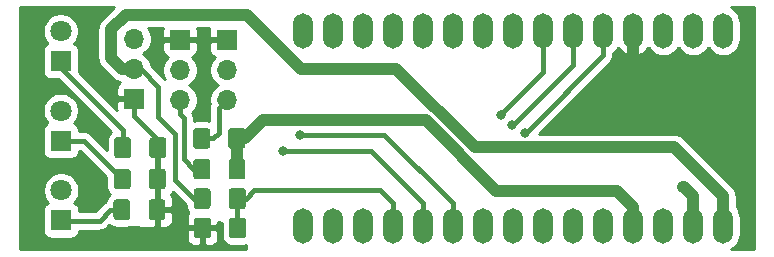
<source format=gbr>
G04 #@! TF.GenerationSoftware,KiCad,Pcbnew,(5.1.5)-3*
G04 #@! TF.CreationDate,2020-03-19T13:13:49+01:00*
G04 #@! TF.ProjectId,buttons,62757474-6f6e-4732-9e6b-696361645f70,rev?*
G04 #@! TF.SameCoordinates,Original*
G04 #@! TF.FileFunction,Copper,L1,Top*
G04 #@! TF.FilePolarity,Positive*
%FSLAX46Y46*%
G04 Gerber Fmt 4.6, Leading zero omitted, Abs format (unit mm)*
G04 Created by KiCad (PCBNEW (5.1.5)-3) date 2020-03-19 13:13:49*
%MOMM*%
%LPD*%
G04 APERTURE LIST*
%ADD10R,1.800000X1.800000*%
%ADD11C,1.800000*%
%ADD12O,1.700000X3.000000*%
%ADD13C,0.100000*%
%ADD14R,1.700000X1.700000*%
%ADD15O,1.700000X1.700000*%
%ADD16C,0.800000*%
%ADD17C,0.400000*%
%ADD18C,1.000000*%
%ADD19C,0.254000*%
G04 APERTURE END LIST*
D10*
X101610000Y-41000000D03*
D11*
X101610000Y-38460000D03*
D12*
X132300000Y-38435000D03*
X152620000Y-38435000D03*
X147540000Y-38435000D03*
X127220000Y-38435000D03*
X129760000Y-38435000D03*
X157700000Y-38435000D03*
X124680000Y-38435000D03*
X150080000Y-38435000D03*
X134840000Y-38435000D03*
X137380000Y-38435000D03*
X142460000Y-38435000D03*
X145000000Y-38435000D03*
X139920000Y-38435000D03*
X122140000Y-38435000D03*
X155160000Y-38435000D03*
X157700000Y-54945000D03*
X155160000Y-54945000D03*
X152620000Y-54945000D03*
X150080000Y-54945000D03*
X147540000Y-54945000D03*
X145000000Y-54945000D03*
X142460000Y-54945000D03*
X139920000Y-54945000D03*
X137380000Y-54945000D03*
X134840000Y-54945000D03*
X132300000Y-54945000D03*
X129760000Y-54945000D03*
X127220000Y-54945000D03*
X124680000Y-54945000D03*
X122140000Y-54945000D03*
D11*
X101610000Y-45200000D03*
D10*
X101610000Y-47740000D03*
X101650000Y-54490000D03*
D11*
X101650000Y-51950000D03*
G04 #@! TA.AperFunction,SMDPad,CuDef*
D13*
G36*
X110254504Y-52716204D02*
G01*
X110278773Y-52719804D01*
X110302571Y-52725765D01*
X110325671Y-52734030D01*
X110347849Y-52744520D01*
X110368893Y-52757133D01*
X110388598Y-52771747D01*
X110406777Y-52788223D01*
X110423253Y-52806402D01*
X110437867Y-52826107D01*
X110450480Y-52847151D01*
X110460970Y-52869329D01*
X110469235Y-52892429D01*
X110475196Y-52916227D01*
X110478796Y-52940496D01*
X110480000Y-52965000D01*
X110480000Y-54215000D01*
X110478796Y-54239504D01*
X110475196Y-54263773D01*
X110469235Y-54287571D01*
X110460970Y-54310671D01*
X110450480Y-54332849D01*
X110437867Y-54353893D01*
X110423253Y-54373598D01*
X110406777Y-54391777D01*
X110388598Y-54408253D01*
X110368893Y-54422867D01*
X110347849Y-54435480D01*
X110325671Y-54445970D01*
X110302571Y-54454235D01*
X110278773Y-54460196D01*
X110254504Y-54463796D01*
X110230000Y-54465000D01*
X109305000Y-54465000D01*
X109280496Y-54463796D01*
X109256227Y-54460196D01*
X109232429Y-54454235D01*
X109209329Y-54445970D01*
X109187151Y-54435480D01*
X109166107Y-54422867D01*
X109146402Y-54408253D01*
X109128223Y-54391777D01*
X109111747Y-54373598D01*
X109097133Y-54353893D01*
X109084520Y-54332849D01*
X109074030Y-54310671D01*
X109065765Y-54287571D01*
X109059804Y-54263773D01*
X109056204Y-54239504D01*
X109055000Y-54215000D01*
X109055000Y-52965000D01*
X109056204Y-52940496D01*
X109059804Y-52916227D01*
X109065765Y-52892429D01*
X109074030Y-52869329D01*
X109084520Y-52847151D01*
X109097133Y-52826107D01*
X109111747Y-52806402D01*
X109128223Y-52788223D01*
X109146402Y-52771747D01*
X109166107Y-52757133D01*
X109187151Y-52744520D01*
X109209329Y-52734030D01*
X109232429Y-52725765D01*
X109256227Y-52719804D01*
X109280496Y-52716204D01*
X109305000Y-52715000D01*
X110230000Y-52715000D01*
X110254504Y-52716204D01*
G37*
G04 #@! TD.AperFunction*
G04 #@! TA.AperFunction,SMDPad,CuDef*
G36*
X107279504Y-52716204D02*
G01*
X107303773Y-52719804D01*
X107327571Y-52725765D01*
X107350671Y-52734030D01*
X107372849Y-52744520D01*
X107393893Y-52757133D01*
X107413598Y-52771747D01*
X107431777Y-52788223D01*
X107448253Y-52806402D01*
X107462867Y-52826107D01*
X107475480Y-52847151D01*
X107485970Y-52869329D01*
X107494235Y-52892429D01*
X107500196Y-52916227D01*
X107503796Y-52940496D01*
X107505000Y-52965000D01*
X107505000Y-54215000D01*
X107503796Y-54239504D01*
X107500196Y-54263773D01*
X107494235Y-54287571D01*
X107485970Y-54310671D01*
X107475480Y-54332849D01*
X107462867Y-54353893D01*
X107448253Y-54373598D01*
X107431777Y-54391777D01*
X107413598Y-54408253D01*
X107393893Y-54422867D01*
X107372849Y-54435480D01*
X107350671Y-54445970D01*
X107327571Y-54454235D01*
X107303773Y-54460196D01*
X107279504Y-54463796D01*
X107255000Y-54465000D01*
X106330000Y-54465000D01*
X106305496Y-54463796D01*
X106281227Y-54460196D01*
X106257429Y-54454235D01*
X106234329Y-54445970D01*
X106212151Y-54435480D01*
X106191107Y-54422867D01*
X106171402Y-54408253D01*
X106153223Y-54391777D01*
X106136747Y-54373598D01*
X106122133Y-54353893D01*
X106109520Y-54332849D01*
X106099030Y-54310671D01*
X106090765Y-54287571D01*
X106084804Y-54263773D01*
X106081204Y-54239504D01*
X106080000Y-54215000D01*
X106080000Y-52965000D01*
X106081204Y-52940496D01*
X106084804Y-52916227D01*
X106090765Y-52892429D01*
X106099030Y-52869329D01*
X106109520Y-52847151D01*
X106122133Y-52826107D01*
X106136747Y-52806402D01*
X106153223Y-52788223D01*
X106171402Y-52771747D01*
X106191107Y-52757133D01*
X106212151Y-52744520D01*
X106234329Y-52734030D01*
X106257429Y-52725765D01*
X106281227Y-52719804D01*
X106305496Y-52716204D01*
X106330000Y-52715000D01*
X107255000Y-52715000D01*
X107279504Y-52716204D01*
G37*
G04 #@! TD.AperFunction*
G04 #@! TA.AperFunction,SMDPad,CuDef*
G36*
X107299504Y-50106204D02*
G01*
X107323773Y-50109804D01*
X107347571Y-50115765D01*
X107370671Y-50124030D01*
X107392849Y-50134520D01*
X107413893Y-50147133D01*
X107433598Y-50161747D01*
X107451777Y-50178223D01*
X107468253Y-50196402D01*
X107482867Y-50216107D01*
X107495480Y-50237151D01*
X107505970Y-50259329D01*
X107514235Y-50282429D01*
X107520196Y-50306227D01*
X107523796Y-50330496D01*
X107525000Y-50355000D01*
X107525000Y-51605000D01*
X107523796Y-51629504D01*
X107520196Y-51653773D01*
X107514235Y-51677571D01*
X107505970Y-51700671D01*
X107495480Y-51722849D01*
X107482867Y-51743893D01*
X107468253Y-51763598D01*
X107451777Y-51781777D01*
X107433598Y-51798253D01*
X107413893Y-51812867D01*
X107392849Y-51825480D01*
X107370671Y-51835970D01*
X107347571Y-51844235D01*
X107323773Y-51850196D01*
X107299504Y-51853796D01*
X107275000Y-51855000D01*
X106350000Y-51855000D01*
X106325496Y-51853796D01*
X106301227Y-51850196D01*
X106277429Y-51844235D01*
X106254329Y-51835970D01*
X106232151Y-51825480D01*
X106211107Y-51812867D01*
X106191402Y-51798253D01*
X106173223Y-51781777D01*
X106156747Y-51763598D01*
X106142133Y-51743893D01*
X106129520Y-51722849D01*
X106119030Y-51700671D01*
X106110765Y-51677571D01*
X106104804Y-51653773D01*
X106101204Y-51629504D01*
X106100000Y-51605000D01*
X106100000Y-50355000D01*
X106101204Y-50330496D01*
X106104804Y-50306227D01*
X106110765Y-50282429D01*
X106119030Y-50259329D01*
X106129520Y-50237151D01*
X106142133Y-50216107D01*
X106156747Y-50196402D01*
X106173223Y-50178223D01*
X106191402Y-50161747D01*
X106211107Y-50147133D01*
X106232151Y-50134520D01*
X106254329Y-50124030D01*
X106277429Y-50115765D01*
X106301227Y-50109804D01*
X106325496Y-50106204D01*
X106350000Y-50105000D01*
X107275000Y-50105000D01*
X107299504Y-50106204D01*
G37*
G04 #@! TD.AperFunction*
G04 #@! TA.AperFunction,SMDPad,CuDef*
G36*
X110274504Y-50106204D02*
G01*
X110298773Y-50109804D01*
X110322571Y-50115765D01*
X110345671Y-50124030D01*
X110367849Y-50134520D01*
X110388893Y-50147133D01*
X110408598Y-50161747D01*
X110426777Y-50178223D01*
X110443253Y-50196402D01*
X110457867Y-50216107D01*
X110470480Y-50237151D01*
X110480970Y-50259329D01*
X110489235Y-50282429D01*
X110495196Y-50306227D01*
X110498796Y-50330496D01*
X110500000Y-50355000D01*
X110500000Y-51605000D01*
X110498796Y-51629504D01*
X110495196Y-51653773D01*
X110489235Y-51677571D01*
X110480970Y-51700671D01*
X110470480Y-51722849D01*
X110457867Y-51743893D01*
X110443253Y-51763598D01*
X110426777Y-51781777D01*
X110408598Y-51798253D01*
X110388893Y-51812867D01*
X110367849Y-51825480D01*
X110345671Y-51835970D01*
X110322571Y-51844235D01*
X110298773Y-51850196D01*
X110274504Y-51853796D01*
X110250000Y-51855000D01*
X109325000Y-51855000D01*
X109300496Y-51853796D01*
X109276227Y-51850196D01*
X109252429Y-51844235D01*
X109229329Y-51835970D01*
X109207151Y-51825480D01*
X109186107Y-51812867D01*
X109166402Y-51798253D01*
X109148223Y-51781777D01*
X109131747Y-51763598D01*
X109117133Y-51743893D01*
X109104520Y-51722849D01*
X109094030Y-51700671D01*
X109085765Y-51677571D01*
X109079804Y-51653773D01*
X109076204Y-51629504D01*
X109075000Y-51605000D01*
X109075000Y-50355000D01*
X109076204Y-50330496D01*
X109079804Y-50306227D01*
X109085765Y-50282429D01*
X109094030Y-50259329D01*
X109104520Y-50237151D01*
X109117133Y-50216107D01*
X109131747Y-50196402D01*
X109148223Y-50178223D01*
X109166402Y-50161747D01*
X109186107Y-50147133D01*
X109207151Y-50134520D01*
X109229329Y-50124030D01*
X109252429Y-50115765D01*
X109276227Y-50109804D01*
X109300496Y-50106204D01*
X109325000Y-50105000D01*
X110250000Y-50105000D01*
X110274504Y-50106204D01*
G37*
G04 #@! TD.AperFunction*
G04 #@! TA.AperFunction,SMDPad,CuDef*
G36*
X110324504Y-47456204D02*
G01*
X110348773Y-47459804D01*
X110372571Y-47465765D01*
X110395671Y-47474030D01*
X110417849Y-47484520D01*
X110438893Y-47497133D01*
X110458598Y-47511747D01*
X110476777Y-47528223D01*
X110493253Y-47546402D01*
X110507867Y-47566107D01*
X110520480Y-47587151D01*
X110530970Y-47609329D01*
X110539235Y-47632429D01*
X110545196Y-47656227D01*
X110548796Y-47680496D01*
X110550000Y-47705000D01*
X110550000Y-48955000D01*
X110548796Y-48979504D01*
X110545196Y-49003773D01*
X110539235Y-49027571D01*
X110530970Y-49050671D01*
X110520480Y-49072849D01*
X110507867Y-49093893D01*
X110493253Y-49113598D01*
X110476777Y-49131777D01*
X110458598Y-49148253D01*
X110438893Y-49162867D01*
X110417849Y-49175480D01*
X110395671Y-49185970D01*
X110372571Y-49194235D01*
X110348773Y-49200196D01*
X110324504Y-49203796D01*
X110300000Y-49205000D01*
X109375000Y-49205000D01*
X109350496Y-49203796D01*
X109326227Y-49200196D01*
X109302429Y-49194235D01*
X109279329Y-49185970D01*
X109257151Y-49175480D01*
X109236107Y-49162867D01*
X109216402Y-49148253D01*
X109198223Y-49131777D01*
X109181747Y-49113598D01*
X109167133Y-49093893D01*
X109154520Y-49072849D01*
X109144030Y-49050671D01*
X109135765Y-49027571D01*
X109129804Y-49003773D01*
X109126204Y-48979504D01*
X109125000Y-48955000D01*
X109125000Y-47705000D01*
X109126204Y-47680496D01*
X109129804Y-47656227D01*
X109135765Y-47632429D01*
X109144030Y-47609329D01*
X109154520Y-47587151D01*
X109167133Y-47566107D01*
X109181747Y-47546402D01*
X109198223Y-47528223D01*
X109216402Y-47511747D01*
X109236107Y-47497133D01*
X109257151Y-47484520D01*
X109279329Y-47474030D01*
X109302429Y-47465765D01*
X109326227Y-47459804D01*
X109350496Y-47456204D01*
X109375000Y-47455000D01*
X110300000Y-47455000D01*
X110324504Y-47456204D01*
G37*
G04 #@! TD.AperFunction*
G04 #@! TA.AperFunction,SMDPad,CuDef*
G36*
X107349504Y-47456204D02*
G01*
X107373773Y-47459804D01*
X107397571Y-47465765D01*
X107420671Y-47474030D01*
X107442849Y-47484520D01*
X107463893Y-47497133D01*
X107483598Y-47511747D01*
X107501777Y-47528223D01*
X107518253Y-47546402D01*
X107532867Y-47566107D01*
X107545480Y-47587151D01*
X107555970Y-47609329D01*
X107564235Y-47632429D01*
X107570196Y-47656227D01*
X107573796Y-47680496D01*
X107575000Y-47705000D01*
X107575000Y-48955000D01*
X107573796Y-48979504D01*
X107570196Y-49003773D01*
X107564235Y-49027571D01*
X107555970Y-49050671D01*
X107545480Y-49072849D01*
X107532867Y-49093893D01*
X107518253Y-49113598D01*
X107501777Y-49131777D01*
X107483598Y-49148253D01*
X107463893Y-49162867D01*
X107442849Y-49175480D01*
X107420671Y-49185970D01*
X107397571Y-49194235D01*
X107373773Y-49200196D01*
X107349504Y-49203796D01*
X107325000Y-49205000D01*
X106400000Y-49205000D01*
X106375496Y-49203796D01*
X106351227Y-49200196D01*
X106327429Y-49194235D01*
X106304329Y-49185970D01*
X106282151Y-49175480D01*
X106261107Y-49162867D01*
X106241402Y-49148253D01*
X106223223Y-49131777D01*
X106206747Y-49113598D01*
X106192133Y-49093893D01*
X106179520Y-49072849D01*
X106169030Y-49050671D01*
X106160765Y-49027571D01*
X106154804Y-49003773D01*
X106151204Y-48979504D01*
X106150000Y-48955000D01*
X106150000Y-47705000D01*
X106151204Y-47680496D01*
X106154804Y-47656227D01*
X106160765Y-47632429D01*
X106169030Y-47609329D01*
X106179520Y-47587151D01*
X106192133Y-47566107D01*
X106206747Y-47546402D01*
X106223223Y-47528223D01*
X106241402Y-47511747D01*
X106261107Y-47497133D01*
X106282151Y-47484520D01*
X106304329Y-47474030D01*
X106327429Y-47465765D01*
X106351227Y-47459804D01*
X106375496Y-47456204D01*
X106400000Y-47455000D01*
X107325000Y-47455000D01*
X107349504Y-47456204D01*
G37*
G04 #@! TD.AperFunction*
G04 #@! TA.AperFunction,SMDPad,CuDef*
G36*
X114049504Y-49266204D02*
G01*
X114073773Y-49269804D01*
X114097571Y-49275765D01*
X114120671Y-49284030D01*
X114142849Y-49294520D01*
X114163893Y-49307133D01*
X114183598Y-49321747D01*
X114201777Y-49338223D01*
X114218253Y-49356402D01*
X114232867Y-49376107D01*
X114245480Y-49397151D01*
X114255970Y-49419329D01*
X114264235Y-49442429D01*
X114270196Y-49466227D01*
X114273796Y-49490496D01*
X114275000Y-49515000D01*
X114275000Y-50765000D01*
X114273796Y-50789504D01*
X114270196Y-50813773D01*
X114264235Y-50837571D01*
X114255970Y-50860671D01*
X114245480Y-50882849D01*
X114232867Y-50903893D01*
X114218253Y-50923598D01*
X114201777Y-50941777D01*
X114183598Y-50958253D01*
X114163893Y-50972867D01*
X114142849Y-50985480D01*
X114120671Y-50995970D01*
X114097571Y-51004235D01*
X114073773Y-51010196D01*
X114049504Y-51013796D01*
X114025000Y-51015000D01*
X113100000Y-51015000D01*
X113075496Y-51013796D01*
X113051227Y-51010196D01*
X113027429Y-51004235D01*
X113004329Y-50995970D01*
X112982151Y-50985480D01*
X112961107Y-50972867D01*
X112941402Y-50958253D01*
X112923223Y-50941777D01*
X112906747Y-50923598D01*
X112892133Y-50903893D01*
X112879520Y-50882849D01*
X112869030Y-50860671D01*
X112860765Y-50837571D01*
X112854804Y-50813773D01*
X112851204Y-50789504D01*
X112850000Y-50765000D01*
X112850000Y-49515000D01*
X112851204Y-49490496D01*
X112854804Y-49466227D01*
X112860765Y-49442429D01*
X112869030Y-49419329D01*
X112879520Y-49397151D01*
X112892133Y-49376107D01*
X112906747Y-49356402D01*
X112923223Y-49338223D01*
X112941402Y-49321747D01*
X112961107Y-49307133D01*
X112982151Y-49294520D01*
X113004329Y-49284030D01*
X113027429Y-49275765D01*
X113051227Y-49269804D01*
X113075496Y-49266204D01*
X113100000Y-49265000D01*
X114025000Y-49265000D01*
X114049504Y-49266204D01*
G37*
G04 #@! TD.AperFunction*
G04 #@! TA.AperFunction,SMDPad,CuDef*
G36*
X117024504Y-49266204D02*
G01*
X117048773Y-49269804D01*
X117072571Y-49275765D01*
X117095671Y-49284030D01*
X117117849Y-49294520D01*
X117138893Y-49307133D01*
X117158598Y-49321747D01*
X117176777Y-49338223D01*
X117193253Y-49356402D01*
X117207867Y-49376107D01*
X117220480Y-49397151D01*
X117230970Y-49419329D01*
X117239235Y-49442429D01*
X117245196Y-49466227D01*
X117248796Y-49490496D01*
X117250000Y-49515000D01*
X117250000Y-50765000D01*
X117248796Y-50789504D01*
X117245196Y-50813773D01*
X117239235Y-50837571D01*
X117230970Y-50860671D01*
X117220480Y-50882849D01*
X117207867Y-50903893D01*
X117193253Y-50923598D01*
X117176777Y-50941777D01*
X117158598Y-50958253D01*
X117138893Y-50972867D01*
X117117849Y-50985480D01*
X117095671Y-50995970D01*
X117072571Y-51004235D01*
X117048773Y-51010196D01*
X117024504Y-51013796D01*
X117000000Y-51015000D01*
X116075000Y-51015000D01*
X116050496Y-51013796D01*
X116026227Y-51010196D01*
X116002429Y-51004235D01*
X115979329Y-50995970D01*
X115957151Y-50985480D01*
X115936107Y-50972867D01*
X115916402Y-50958253D01*
X115898223Y-50941777D01*
X115881747Y-50923598D01*
X115867133Y-50903893D01*
X115854520Y-50882849D01*
X115844030Y-50860671D01*
X115835765Y-50837571D01*
X115829804Y-50813773D01*
X115826204Y-50789504D01*
X115825000Y-50765000D01*
X115825000Y-49515000D01*
X115826204Y-49490496D01*
X115829804Y-49466227D01*
X115835765Y-49442429D01*
X115844030Y-49419329D01*
X115854520Y-49397151D01*
X115867133Y-49376107D01*
X115881747Y-49356402D01*
X115898223Y-49338223D01*
X115916402Y-49321747D01*
X115936107Y-49307133D01*
X115957151Y-49294520D01*
X115979329Y-49284030D01*
X116002429Y-49275765D01*
X116026227Y-49269804D01*
X116050496Y-49266204D01*
X116075000Y-49265000D01*
X117000000Y-49265000D01*
X117024504Y-49266204D01*
G37*
G04 #@! TD.AperFunction*
G04 #@! TA.AperFunction,SMDPad,CuDef*
G36*
X117004504Y-46666204D02*
G01*
X117028773Y-46669804D01*
X117052571Y-46675765D01*
X117075671Y-46684030D01*
X117097849Y-46694520D01*
X117118893Y-46707133D01*
X117138598Y-46721747D01*
X117156777Y-46738223D01*
X117173253Y-46756402D01*
X117187867Y-46776107D01*
X117200480Y-46797151D01*
X117210970Y-46819329D01*
X117219235Y-46842429D01*
X117225196Y-46866227D01*
X117228796Y-46890496D01*
X117230000Y-46915000D01*
X117230000Y-48165000D01*
X117228796Y-48189504D01*
X117225196Y-48213773D01*
X117219235Y-48237571D01*
X117210970Y-48260671D01*
X117200480Y-48282849D01*
X117187867Y-48303893D01*
X117173253Y-48323598D01*
X117156777Y-48341777D01*
X117138598Y-48358253D01*
X117118893Y-48372867D01*
X117097849Y-48385480D01*
X117075671Y-48395970D01*
X117052571Y-48404235D01*
X117028773Y-48410196D01*
X117004504Y-48413796D01*
X116980000Y-48415000D01*
X116055000Y-48415000D01*
X116030496Y-48413796D01*
X116006227Y-48410196D01*
X115982429Y-48404235D01*
X115959329Y-48395970D01*
X115937151Y-48385480D01*
X115916107Y-48372867D01*
X115896402Y-48358253D01*
X115878223Y-48341777D01*
X115861747Y-48323598D01*
X115847133Y-48303893D01*
X115834520Y-48282849D01*
X115824030Y-48260671D01*
X115815765Y-48237571D01*
X115809804Y-48213773D01*
X115806204Y-48189504D01*
X115805000Y-48165000D01*
X115805000Y-46915000D01*
X115806204Y-46890496D01*
X115809804Y-46866227D01*
X115815765Y-46842429D01*
X115824030Y-46819329D01*
X115834520Y-46797151D01*
X115847133Y-46776107D01*
X115861747Y-46756402D01*
X115878223Y-46738223D01*
X115896402Y-46721747D01*
X115916107Y-46707133D01*
X115937151Y-46694520D01*
X115959329Y-46684030D01*
X115982429Y-46675765D01*
X116006227Y-46669804D01*
X116030496Y-46666204D01*
X116055000Y-46665000D01*
X116980000Y-46665000D01*
X117004504Y-46666204D01*
G37*
G04 #@! TD.AperFunction*
G04 #@! TA.AperFunction,SMDPad,CuDef*
G36*
X114029504Y-46666204D02*
G01*
X114053773Y-46669804D01*
X114077571Y-46675765D01*
X114100671Y-46684030D01*
X114122849Y-46694520D01*
X114143893Y-46707133D01*
X114163598Y-46721747D01*
X114181777Y-46738223D01*
X114198253Y-46756402D01*
X114212867Y-46776107D01*
X114225480Y-46797151D01*
X114235970Y-46819329D01*
X114244235Y-46842429D01*
X114250196Y-46866227D01*
X114253796Y-46890496D01*
X114255000Y-46915000D01*
X114255000Y-48165000D01*
X114253796Y-48189504D01*
X114250196Y-48213773D01*
X114244235Y-48237571D01*
X114235970Y-48260671D01*
X114225480Y-48282849D01*
X114212867Y-48303893D01*
X114198253Y-48323598D01*
X114181777Y-48341777D01*
X114163598Y-48358253D01*
X114143893Y-48372867D01*
X114122849Y-48385480D01*
X114100671Y-48395970D01*
X114077571Y-48404235D01*
X114053773Y-48410196D01*
X114029504Y-48413796D01*
X114005000Y-48415000D01*
X113080000Y-48415000D01*
X113055496Y-48413796D01*
X113031227Y-48410196D01*
X113007429Y-48404235D01*
X112984329Y-48395970D01*
X112962151Y-48385480D01*
X112941107Y-48372867D01*
X112921402Y-48358253D01*
X112903223Y-48341777D01*
X112886747Y-48323598D01*
X112872133Y-48303893D01*
X112859520Y-48282849D01*
X112849030Y-48260671D01*
X112840765Y-48237571D01*
X112834804Y-48213773D01*
X112831204Y-48189504D01*
X112830000Y-48165000D01*
X112830000Y-46915000D01*
X112831204Y-46890496D01*
X112834804Y-46866227D01*
X112840765Y-46842429D01*
X112849030Y-46819329D01*
X112859520Y-46797151D01*
X112872133Y-46776107D01*
X112886747Y-46756402D01*
X112903223Y-46738223D01*
X112921402Y-46721747D01*
X112941107Y-46707133D01*
X112962151Y-46694520D01*
X112984329Y-46684030D01*
X113007429Y-46675765D01*
X113031227Y-46669804D01*
X113055496Y-46666204D01*
X113080000Y-46665000D01*
X114005000Y-46665000D01*
X114029504Y-46666204D01*
G37*
G04 #@! TD.AperFunction*
D14*
X107820000Y-44190000D03*
D15*
X107820000Y-41650000D03*
X107820000Y-39110000D03*
D14*
X111710000Y-39210000D03*
D15*
X111710000Y-41750000D03*
X111710000Y-44290000D03*
X115670000Y-44290000D03*
X115670000Y-41750000D03*
D14*
X115670000Y-39210000D03*
G04 #@! TA.AperFunction,SMDPad,CuDef*
D13*
G36*
X117044504Y-51776204D02*
G01*
X117068773Y-51779804D01*
X117092571Y-51785765D01*
X117115671Y-51794030D01*
X117137849Y-51804520D01*
X117158893Y-51817133D01*
X117178598Y-51831747D01*
X117196777Y-51848223D01*
X117213253Y-51866402D01*
X117227867Y-51886107D01*
X117240480Y-51907151D01*
X117250970Y-51929329D01*
X117259235Y-51952429D01*
X117265196Y-51976227D01*
X117268796Y-52000496D01*
X117270000Y-52025000D01*
X117270000Y-53275000D01*
X117268796Y-53299504D01*
X117265196Y-53323773D01*
X117259235Y-53347571D01*
X117250970Y-53370671D01*
X117240480Y-53392849D01*
X117227867Y-53413893D01*
X117213253Y-53433598D01*
X117196777Y-53451777D01*
X117178598Y-53468253D01*
X117158893Y-53482867D01*
X117137849Y-53495480D01*
X117115671Y-53505970D01*
X117092571Y-53514235D01*
X117068773Y-53520196D01*
X117044504Y-53523796D01*
X117020000Y-53525000D01*
X116095000Y-53525000D01*
X116070496Y-53523796D01*
X116046227Y-53520196D01*
X116022429Y-53514235D01*
X115999329Y-53505970D01*
X115977151Y-53495480D01*
X115956107Y-53482867D01*
X115936402Y-53468253D01*
X115918223Y-53451777D01*
X115901747Y-53433598D01*
X115887133Y-53413893D01*
X115874520Y-53392849D01*
X115864030Y-53370671D01*
X115855765Y-53347571D01*
X115849804Y-53323773D01*
X115846204Y-53299504D01*
X115845000Y-53275000D01*
X115845000Y-52025000D01*
X115846204Y-52000496D01*
X115849804Y-51976227D01*
X115855765Y-51952429D01*
X115864030Y-51929329D01*
X115874520Y-51907151D01*
X115887133Y-51886107D01*
X115901747Y-51866402D01*
X115918223Y-51848223D01*
X115936402Y-51831747D01*
X115956107Y-51817133D01*
X115977151Y-51804520D01*
X115999329Y-51794030D01*
X116022429Y-51785765D01*
X116046227Y-51779804D01*
X116070496Y-51776204D01*
X116095000Y-51775000D01*
X117020000Y-51775000D01*
X117044504Y-51776204D01*
G37*
G04 #@! TD.AperFunction*
G04 #@! TA.AperFunction,SMDPad,CuDef*
G36*
X114069504Y-51776204D02*
G01*
X114093773Y-51779804D01*
X114117571Y-51785765D01*
X114140671Y-51794030D01*
X114162849Y-51804520D01*
X114183893Y-51817133D01*
X114203598Y-51831747D01*
X114221777Y-51848223D01*
X114238253Y-51866402D01*
X114252867Y-51886107D01*
X114265480Y-51907151D01*
X114275970Y-51929329D01*
X114284235Y-51952429D01*
X114290196Y-51976227D01*
X114293796Y-52000496D01*
X114295000Y-52025000D01*
X114295000Y-53275000D01*
X114293796Y-53299504D01*
X114290196Y-53323773D01*
X114284235Y-53347571D01*
X114275970Y-53370671D01*
X114265480Y-53392849D01*
X114252867Y-53413893D01*
X114238253Y-53433598D01*
X114221777Y-53451777D01*
X114203598Y-53468253D01*
X114183893Y-53482867D01*
X114162849Y-53495480D01*
X114140671Y-53505970D01*
X114117571Y-53514235D01*
X114093773Y-53520196D01*
X114069504Y-53523796D01*
X114045000Y-53525000D01*
X113120000Y-53525000D01*
X113095496Y-53523796D01*
X113071227Y-53520196D01*
X113047429Y-53514235D01*
X113024329Y-53505970D01*
X113002151Y-53495480D01*
X112981107Y-53482867D01*
X112961402Y-53468253D01*
X112943223Y-53451777D01*
X112926747Y-53433598D01*
X112912133Y-53413893D01*
X112899520Y-53392849D01*
X112889030Y-53370671D01*
X112880765Y-53347571D01*
X112874804Y-53323773D01*
X112871204Y-53299504D01*
X112870000Y-53275000D01*
X112870000Y-52025000D01*
X112871204Y-52000496D01*
X112874804Y-51976227D01*
X112880765Y-51952429D01*
X112889030Y-51929329D01*
X112899520Y-51907151D01*
X112912133Y-51886107D01*
X112926747Y-51866402D01*
X112943223Y-51848223D01*
X112961402Y-51831747D01*
X112981107Y-51817133D01*
X113002151Y-51804520D01*
X113024329Y-51794030D01*
X113047429Y-51785765D01*
X113071227Y-51779804D01*
X113095496Y-51776204D01*
X113120000Y-51775000D01*
X114045000Y-51775000D01*
X114069504Y-51776204D01*
G37*
G04 #@! TD.AperFunction*
G04 #@! TA.AperFunction,SMDPad,CuDef*
G36*
X117074504Y-54246204D02*
G01*
X117098773Y-54249804D01*
X117122571Y-54255765D01*
X117145671Y-54264030D01*
X117167849Y-54274520D01*
X117188893Y-54287133D01*
X117208598Y-54301747D01*
X117226777Y-54318223D01*
X117243253Y-54336402D01*
X117257867Y-54356107D01*
X117270480Y-54377151D01*
X117280970Y-54399329D01*
X117289235Y-54422429D01*
X117295196Y-54446227D01*
X117298796Y-54470496D01*
X117300000Y-54495000D01*
X117300000Y-55745000D01*
X117298796Y-55769504D01*
X117295196Y-55793773D01*
X117289235Y-55817571D01*
X117280970Y-55840671D01*
X117270480Y-55862849D01*
X117257867Y-55883893D01*
X117243253Y-55903598D01*
X117226777Y-55921777D01*
X117208598Y-55938253D01*
X117188893Y-55952867D01*
X117167849Y-55965480D01*
X117145671Y-55975970D01*
X117122571Y-55984235D01*
X117098773Y-55990196D01*
X117074504Y-55993796D01*
X117050000Y-55995000D01*
X116125000Y-55995000D01*
X116100496Y-55993796D01*
X116076227Y-55990196D01*
X116052429Y-55984235D01*
X116029329Y-55975970D01*
X116007151Y-55965480D01*
X115986107Y-55952867D01*
X115966402Y-55938253D01*
X115948223Y-55921777D01*
X115931747Y-55903598D01*
X115917133Y-55883893D01*
X115904520Y-55862849D01*
X115894030Y-55840671D01*
X115885765Y-55817571D01*
X115879804Y-55793773D01*
X115876204Y-55769504D01*
X115875000Y-55745000D01*
X115875000Y-54495000D01*
X115876204Y-54470496D01*
X115879804Y-54446227D01*
X115885765Y-54422429D01*
X115894030Y-54399329D01*
X115904520Y-54377151D01*
X115917133Y-54356107D01*
X115931747Y-54336402D01*
X115948223Y-54318223D01*
X115966402Y-54301747D01*
X115986107Y-54287133D01*
X116007151Y-54274520D01*
X116029329Y-54264030D01*
X116052429Y-54255765D01*
X116076227Y-54249804D01*
X116100496Y-54246204D01*
X116125000Y-54245000D01*
X117050000Y-54245000D01*
X117074504Y-54246204D01*
G37*
G04 #@! TD.AperFunction*
G04 #@! TA.AperFunction,SMDPad,CuDef*
G36*
X114099504Y-54246204D02*
G01*
X114123773Y-54249804D01*
X114147571Y-54255765D01*
X114170671Y-54264030D01*
X114192849Y-54274520D01*
X114213893Y-54287133D01*
X114233598Y-54301747D01*
X114251777Y-54318223D01*
X114268253Y-54336402D01*
X114282867Y-54356107D01*
X114295480Y-54377151D01*
X114305970Y-54399329D01*
X114314235Y-54422429D01*
X114320196Y-54446227D01*
X114323796Y-54470496D01*
X114325000Y-54495000D01*
X114325000Y-55745000D01*
X114323796Y-55769504D01*
X114320196Y-55793773D01*
X114314235Y-55817571D01*
X114305970Y-55840671D01*
X114295480Y-55862849D01*
X114282867Y-55883893D01*
X114268253Y-55903598D01*
X114251777Y-55921777D01*
X114233598Y-55938253D01*
X114213893Y-55952867D01*
X114192849Y-55965480D01*
X114170671Y-55975970D01*
X114147571Y-55984235D01*
X114123773Y-55990196D01*
X114099504Y-55993796D01*
X114075000Y-55995000D01*
X113150000Y-55995000D01*
X113125496Y-55993796D01*
X113101227Y-55990196D01*
X113077429Y-55984235D01*
X113054329Y-55975970D01*
X113032151Y-55965480D01*
X113011107Y-55952867D01*
X112991402Y-55938253D01*
X112973223Y-55921777D01*
X112956747Y-55903598D01*
X112942133Y-55883893D01*
X112929520Y-55862849D01*
X112919030Y-55840671D01*
X112910765Y-55817571D01*
X112904804Y-55793773D01*
X112901204Y-55769504D01*
X112900000Y-55745000D01*
X112900000Y-54495000D01*
X112901204Y-54470496D01*
X112904804Y-54446227D01*
X112910765Y-54422429D01*
X112919030Y-54399329D01*
X112929520Y-54377151D01*
X112942133Y-54356107D01*
X112956747Y-54336402D01*
X112973223Y-54318223D01*
X112991402Y-54301747D01*
X113011107Y-54287133D01*
X113032151Y-54274520D01*
X113054329Y-54264030D01*
X113077429Y-54255765D01*
X113101227Y-54249804D01*
X113125496Y-54246204D01*
X113150000Y-54245000D01*
X114075000Y-54245000D01*
X114099504Y-54246204D01*
G37*
G04 #@! TD.AperFunction*
D16*
X150120000Y-41750000D03*
X150070000Y-44240000D03*
X154340000Y-51670000D03*
X120470000Y-48600000D03*
X140950000Y-47110000D03*
X121890002Y-47220000D03*
X139840000Y-46450000D03*
X138857414Y-45537726D03*
D17*
X116557500Y-55090000D02*
X116587500Y-55120000D01*
X116557500Y-52650000D02*
X116557500Y-55090000D01*
X118000000Y-51920000D02*
X117270000Y-52650000D01*
X128635000Y-51920000D02*
X118000000Y-51920000D01*
X117270000Y-52650000D02*
X116557500Y-52650000D01*
X129760000Y-54945000D02*
X129760000Y-53045000D01*
X129760000Y-53045000D02*
X128635000Y-51920000D01*
D18*
X150080000Y-38435000D02*
X150080000Y-41710000D01*
X150080000Y-41710000D02*
X150120000Y-41750000D01*
D17*
X150120000Y-41750000D02*
X150120000Y-44190000D01*
X150120000Y-44190000D02*
X150070000Y-44240000D01*
X107820000Y-44190000D02*
X107820000Y-45640000D01*
X109837500Y-47657500D02*
X109837500Y-48330000D01*
X107820000Y-45640000D02*
X109837500Y-47657500D01*
D18*
X154385000Y-51670000D02*
X154340000Y-51670000D01*
X155160000Y-52445000D02*
X154385000Y-51670000D01*
X155160000Y-54945000D02*
X155160000Y-52445000D01*
D17*
X127855000Y-48600000D02*
X120470000Y-48600000D01*
X132300000Y-54945000D02*
X132300000Y-53045000D01*
X132300000Y-53045000D02*
X127855000Y-48600000D01*
X147540000Y-38435000D02*
X147540000Y-40520000D01*
X141349999Y-46710001D02*
X140950000Y-47110000D01*
X147540000Y-40520000D02*
X141349999Y-46710001D01*
X129015000Y-47220000D02*
X122455687Y-47220000D01*
X122455687Y-47220000D02*
X121890002Y-47220000D01*
X134840000Y-53045000D02*
X129015000Y-47220000D01*
X134840000Y-54945000D02*
X134840000Y-53045000D01*
X145000000Y-38435000D02*
X145000000Y-41290000D01*
X145000000Y-41290000D02*
X140239999Y-46050001D01*
X140239999Y-46050001D02*
X139840000Y-46450000D01*
X139257413Y-45137727D02*
X138857414Y-45537726D01*
X142460000Y-38435000D02*
X142460000Y-41935140D01*
X142460000Y-41935140D02*
X139257413Y-45137727D01*
D18*
X148680000Y-51960000D02*
X150080000Y-53360000D01*
X117230000Y-47540000D02*
X118750001Y-46019999D01*
X150080000Y-53360000D02*
X150080000Y-54945000D01*
X116517500Y-47540000D02*
X117230000Y-47540000D01*
X118750001Y-46019999D02*
X132549999Y-46019999D01*
X132549999Y-46019999D02*
X138490000Y-51960000D01*
X138490000Y-51960000D02*
X148680000Y-51960000D01*
X116517500Y-50120000D02*
X116537500Y-50140000D01*
X116517500Y-47540000D02*
X116517500Y-50120000D01*
D17*
X112870000Y-52650000D02*
X113582500Y-52650000D01*
X111320000Y-51100000D02*
X112870000Y-52650000D01*
X108380000Y-41650000D02*
X109890000Y-43160000D01*
X107820000Y-41650000D02*
X108380000Y-41650000D01*
X111320000Y-47170000D02*
X111320000Y-51100000D01*
X109890000Y-43160000D02*
X109890000Y-45740000D01*
X109890000Y-45740000D02*
X111320000Y-47170000D01*
D18*
X153565001Y-48310001D02*
X136678491Y-48310001D01*
X136678491Y-48310001D02*
X129998490Y-41630000D01*
X105850000Y-40720000D02*
X106780000Y-41650000D01*
X157700000Y-54945000D02*
X157700000Y-52445000D01*
X157700000Y-52445000D02*
X153565001Y-48310001D01*
X129998490Y-41630000D02*
X121980000Y-41630000D01*
X106780000Y-41650000D02*
X107820000Y-41650000D01*
X121980000Y-41630000D02*
X117420000Y-37070000D01*
X117420000Y-37070000D02*
X107097999Y-37070000D01*
X107097999Y-37070000D02*
X105850000Y-38317999D01*
X105850000Y-38317999D02*
X105850000Y-40720000D01*
D17*
X111710000Y-45492081D02*
X111710000Y-44290000D01*
X112020010Y-45802091D02*
X111710000Y-45492081D01*
X112020010Y-49310010D02*
X112020010Y-45802091D01*
X112850000Y-50140000D02*
X112020010Y-49310010D01*
X113562500Y-50140000D02*
X112850000Y-50140000D01*
X114980000Y-44980000D02*
X115670000Y-44290000D01*
X114980000Y-47050000D02*
X114980000Y-44980000D01*
X113542500Y-47540000D02*
X114490000Y-47540000D01*
X114490000Y-47540000D02*
X114980000Y-47050000D01*
X104900000Y-54510000D02*
X105820000Y-53590000D01*
X105820000Y-53590000D02*
X106792500Y-53590000D01*
X101650000Y-54490000D02*
X101670000Y-54510000D01*
X101670000Y-54510000D02*
X104900000Y-54510000D01*
X103572500Y-47740000D02*
X106812500Y-50980000D01*
X101610000Y-47740000D02*
X103572500Y-47740000D01*
X106862500Y-46842500D02*
X106862500Y-48330000D01*
X101610000Y-41000000D02*
X101610000Y-41590000D01*
X101610000Y-41590000D02*
X106862500Y-46842500D01*
D19*
G36*
X105086865Y-37476003D02*
G01*
X105043551Y-37511550D01*
X104901716Y-37684376D01*
X104799052Y-37876449D01*
X104796324Y-37881553D01*
X104731423Y-38095501D01*
X104709509Y-38317999D01*
X104715000Y-38373751D01*
X104715001Y-40664239D01*
X104709509Y-40720000D01*
X104731423Y-40942498D01*
X104796324Y-41156446D01*
X104845384Y-41248230D01*
X104901717Y-41353623D01*
X105043552Y-41526449D01*
X105086859Y-41561991D01*
X105938013Y-42413145D01*
X105973551Y-42456449D01*
X106016854Y-42491987D01*
X106016856Y-42491989D01*
X106146377Y-42598284D01*
X106343553Y-42703676D01*
X106557501Y-42768577D01*
X106671071Y-42779763D01*
X106615506Y-42809463D01*
X106518815Y-42888815D01*
X106439463Y-42985506D01*
X106380498Y-43095820D01*
X106344188Y-43215518D01*
X106331928Y-43340000D01*
X106335000Y-43904250D01*
X106493750Y-44063000D01*
X107693000Y-44063000D01*
X107693000Y-44043000D01*
X107947000Y-44043000D01*
X107947000Y-44063000D01*
X107967000Y-44063000D01*
X107967000Y-44317000D01*
X107947000Y-44317000D01*
X107947000Y-44337000D01*
X107693000Y-44337000D01*
X107693000Y-44317000D01*
X106493750Y-44317000D01*
X106335000Y-44475750D01*
X106331928Y-45040000D01*
X106341876Y-45141007D01*
X103143840Y-41942972D01*
X103148072Y-41900000D01*
X103148072Y-40100000D01*
X103135812Y-39975518D01*
X103099502Y-39855820D01*
X103040537Y-39745506D01*
X102961185Y-39648815D01*
X102864494Y-39569463D01*
X102754180Y-39510498D01*
X102735873Y-39504944D01*
X102802312Y-39438505D01*
X102970299Y-39187095D01*
X103086011Y-38907743D01*
X103145000Y-38611184D01*
X103145000Y-38308816D01*
X103086011Y-38012257D01*
X102970299Y-37732905D01*
X102802312Y-37481495D01*
X102588505Y-37267688D01*
X102337095Y-37099701D01*
X102057743Y-36983989D01*
X101761184Y-36925000D01*
X101458816Y-36925000D01*
X101162257Y-36983989D01*
X100882905Y-37099701D01*
X100631495Y-37267688D01*
X100417688Y-37481495D01*
X100249701Y-37732905D01*
X100133989Y-38012257D01*
X100075000Y-38308816D01*
X100075000Y-38611184D01*
X100133989Y-38907743D01*
X100249701Y-39187095D01*
X100417688Y-39438505D01*
X100484127Y-39504944D01*
X100465820Y-39510498D01*
X100355506Y-39569463D01*
X100258815Y-39648815D01*
X100179463Y-39745506D01*
X100120498Y-39855820D01*
X100084188Y-39975518D01*
X100071928Y-40100000D01*
X100071928Y-41900000D01*
X100084188Y-42024482D01*
X100120498Y-42144180D01*
X100179463Y-42254494D01*
X100258815Y-42351185D01*
X100355506Y-42430537D01*
X100465820Y-42489502D01*
X100585518Y-42525812D01*
X100710000Y-42538072D01*
X101377205Y-42538072D01*
X105851202Y-47012070D01*
X105772038Y-47077038D01*
X105661595Y-47211614D01*
X105579528Y-47365150D01*
X105528992Y-47531746D01*
X105511928Y-47705000D01*
X105511928Y-48498560D01*
X104191946Y-47178579D01*
X104165791Y-47146709D01*
X104038646Y-47042364D01*
X103893587Y-46964828D01*
X103736189Y-46917082D01*
X103613519Y-46905000D01*
X103613518Y-46905000D01*
X103572500Y-46900960D01*
X103531482Y-46905000D01*
X103148072Y-46905000D01*
X103148072Y-46840000D01*
X103135812Y-46715518D01*
X103099502Y-46595820D01*
X103040537Y-46485506D01*
X102961185Y-46388815D01*
X102864494Y-46309463D01*
X102754180Y-46250498D01*
X102735873Y-46244944D01*
X102802312Y-46178505D01*
X102970299Y-45927095D01*
X103086011Y-45647743D01*
X103145000Y-45351184D01*
X103145000Y-45048816D01*
X103086011Y-44752257D01*
X102970299Y-44472905D01*
X102802312Y-44221495D01*
X102588505Y-44007688D01*
X102337095Y-43839701D01*
X102057743Y-43723989D01*
X101761184Y-43665000D01*
X101458816Y-43665000D01*
X101162257Y-43723989D01*
X100882905Y-43839701D01*
X100631495Y-44007688D01*
X100417688Y-44221495D01*
X100249701Y-44472905D01*
X100133989Y-44752257D01*
X100075000Y-45048816D01*
X100075000Y-45351184D01*
X100133989Y-45647743D01*
X100249701Y-45927095D01*
X100417688Y-46178505D01*
X100484127Y-46244944D01*
X100465820Y-46250498D01*
X100355506Y-46309463D01*
X100258815Y-46388815D01*
X100179463Y-46485506D01*
X100120498Y-46595820D01*
X100084188Y-46715518D01*
X100071928Y-46840000D01*
X100071928Y-48640000D01*
X100084188Y-48764482D01*
X100120498Y-48884180D01*
X100179463Y-48994494D01*
X100258815Y-49091185D01*
X100355506Y-49170537D01*
X100465820Y-49229502D01*
X100585518Y-49265812D01*
X100710000Y-49278072D01*
X102510000Y-49278072D01*
X102634482Y-49265812D01*
X102754180Y-49229502D01*
X102864494Y-49170537D01*
X102961185Y-49091185D01*
X103040537Y-48994494D01*
X103099502Y-48884180D01*
X103135812Y-48764482D01*
X103148072Y-48640000D01*
X103148072Y-48575000D01*
X103226633Y-48575000D01*
X105461928Y-50810297D01*
X105461928Y-51605000D01*
X105478992Y-51778254D01*
X105529528Y-51944850D01*
X105611595Y-52098386D01*
X105722038Y-52232962D01*
X105775447Y-52276793D01*
X105702038Y-52337038D01*
X105591595Y-52471614D01*
X105509528Y-52625150D01*
X105458992Y-52791746D01*
X105454374Y-52838635D01*
X105353854Y-52892364D01*
X105226709Y-52996709D01*
X105200558Y-53028574D01*
X104554133Y-53675000D01*
X103188072Y-53675000D01*
X103188072Y-53590000D01*
X103175812Y-53465518D01*
X103139502Y-53345820D01*
X103080537Y-53235506D01*
X103001185Y-53138815D01*
X102904494Y-53059463D01*
X102794180Y-53000498D01*
X102775873Y-52994944D01*
X102842312Y-52928505D01*
X103010299Y-52677095D01*
X103126011Y-52397743D01*
X103185000Y-52101184D01*
X103185000Y-51798816D01*
X103126011Y-51502257D01*
X103010299Y-51222905D01*
X102842312Y-50971495D01*
X102628505Y-50757688D01*
X102377095Y-50589701D01*
X102097743Y-50473989D01*
X101801184Y-50415000D01*
X101498816Y-50415000D01*
X101202257Y-50473989D01*
X100922905Y-50589701D01*
X100671495Y-50757688D01*
X100457688Y-50971495D01*
X100289701Y-51222905D01*
X100173989Y-51502257D01*
X100115000Y-51798816D01*
X100115000Y-52101184D01*
X100173989Y-52397743D01*
X100289701Y-52677095D01*
X100457688Y-52928505D01*
X100524127Y-52994944D01*
X100505820Y-53000498D01*
X100395506Y-53059463D01*
X100298815Y-53138815D01*
X100219463Y-53235506D01*
X100160498Y-53345820D01*
X100124188Y-53465518D01*
X100111928Y-53590000D01*
X100111928Y-55390000D01*
X100124188Y-55514482D01*
X100160498Y-55634180D01*
X100219463Y-55744494D01*
X100298815Y-55841185D01*
X100395506Y-55920537D01*
X100505820Y-55979502D01*
X100625518Y-56015812D01*
X100750000Y-56028072D01*
X102550000Y-56028072D01*
X102674482Y-56015812D01*
X102743089Y-55995000D01*
X112261928Y-55995000D01*
X112274188Y-56119482D01*
X112310498Y-56239180D01*
X112369463Y-56349494D01*
X112448815Y-56446185D01*
X112545506Y-56525537D01*
X112655820Y-56584502D01*
X112775518Y-56620812D01*
X112900000Y-56633072D01*
X113326750Y-56630000D01*
X113485500Y-56471250D01*
X113485500Y-55247000D01*
X113739500Y-55247000D01*
X113739500Y-56471250D01*
X113898250Y-56630000D01*
X114325000Y-56633072D01*
X114449482Y-56620812D01*
X114569180Y-56584502D01*
X114679494Y-56525537D01*
X114776185Y-56446185D01*
X114855537Y-56349494D01*
X114914502Y-56239180D01*
X114950812Y-56119482D01*
X114963072Y-55995000D01*
X114960000Y-55405750D01*
X114801250Y-55247000D01*
X113739500Y-55247000D01*
X113485500Y-55247000D01*
X112423750Y-55247000D01*
X112265000Y-55405750D01*
X112261928Y-55995000D01*
X102743089Y-55995000D01*
X102794180Y-55979502D01*
X102904494Y-55920537D01*
X103001185Y-55841185D01*
X103080537Y-55744494D01*
X103139502Y-55634180D01*
X103175812Y-55514482D01*
X103188072Y-55390000D01*
X103188072Y-55345000D01*
X104858982Y-55345000D01*
X104900000Y-55349040D01*
X104941018Y-55345000D01*
X104941019Y-55345000D01*
X105063689Y-55332918D01*
X105221087Y-55285172D01*
X105366146Y-55207636D01*
X105493291Y-55103291D01*
X105519446Y-55071421D01*
X105727230Y-54863637D01*
X105836614Y-54953405D01*
X105990150Y-55035472D01*
X106156746Y-55086008D01*
X106330000Y-55103072D01*
X107255000Y-55103072D01*
X107428254Y-55086008D01*
X107533825Y-55053983D01*
X108963537Y-55126835D01*
X108990963Y-55125258D01*
X109014997Y-55118761D01*
X109037302Y-55107701D01*
X109044632Y-55102051D01*
X109055000Y-55103072D01*
X109481750Y-55100000D01*
X109640500Y-54941250D01*
X109640500Y-53717000D01*
X109894500Y-53717000D01*
X109894500Y-54941250D01*
X110053250Y-55100000D01*
X110480000Y-55103072D01*
X110604482Y-55090812D01*
X110724180Y-55054502D01*
X110834494Y-54995537D01*
X110931185Y-54916185D01*
X111010537Y-54819494D01*
X111069502Y-54709180D01*
X111105812Y-54589482D01*
X111118072Y-54465000D01*
X111115000Y-53875750D01*
X110956250Y-53717000D01*
X109894500Y-53717000D01*
X109640500Y-53717000D01*
X109620500Y-53717000D01*
X109620500Y-53463000D01*
X109640500Y-53463000D01*
X109640500Y-52351250D01*
X109660500Y-52331250D01*
X109660500Y-51107000D01*
X109640500Y-51107000D01*
X109640500Y-50853000D01*
X109660500Y-50853000D01*
X109660500Y-49731250D01*
X109710500Y-49681250D01*
X109710500Y-48505524D01*
X109821758Y-48183000D01*
X109964500Y-48183000D01*
X109964500Y-48203000D01*
X109984500Y-48203000D01*
X109984500Y-48457000D01*
X109964500Y-48457000D01*
X109964500Y-49578750D01*
X109914500Y-49628750D01*
X109914500Y-50853000D01*
X109934500Y-50853000D01*
X109934500Y-51107000D01*
X109914500Y-51107000D01*
X109914500Y-52218750D01*
X109894500Y-52238750D01*
X109894500Y-53463000D01*
X110956250Y-53463000D01*
X111115000Y-53304250D01*
X111118072Y-52715000D01*
X111105812Y-52590518D01*
X111069502Y-52470820D01*
X111010537Y-52360506D01*
X110958571Y-52297185D01*
X111030537Y-52209494D01*
X111089502Y-52099180D01*
X111100862Y-52061730D01*
X112231928Y-53192796D01*
X112231928Y-53275000D01*
X112248992Y-53448254D01*
X112299528Y-53614850D01*
X112381595Y-53768386D01*
X112425639Y-53822055D01*
X112369463Y-53890506D01*
X112310498Y-54000820D01*
X112274188Y-54120518D01*
X112261928Y-54245000D01*
X112265000Y-54834250D01*
X112423750Y-54993000D01*
X113485500Y-54993000D01*
X113485500Y-54973000D01*
X113739500Y-54973000D01*
X113739500Y-54993000D01*
X114801250Y-54993000D01*
X114960000Y-54834250D01*
X114960883Y-54664962D01*
X115236928Y-54672226D01*
X115236928Y-55745000D01*
X115253992Y-55918254D01*
X115304528Y-56084850D01*
X115386595Y-56238386D01*
X115497038Y-56372962D01*
X115631614Y-56483405D01*
X115785150Y-56565472D01*
X115951746Y-56616008D01*
X116125000Y-56633072D01*
X117050000Y-56633072D01*
X117223254Y-56616008D01*
X117305949Y-56590923D01*
X117271152Y-56940000D01*
X98160000Y-56940000D01*
X98160000Y-36460000D01*
X106102867Y-36460000D01*
X105086865Y-37476003D01*
G37*
X105086865Y-37476003D02*
X105043551Y-37511550D01*
X104901716Y-37684376D01*
X104799052Y-37876449D01*
X104796324Y-37881553D01*
X104731423Y-38095501D01*
X104709509Y-38317999D01*
X104715000Y-38373751D01*
X104715001Y-40664239D01*
X104709509Y-40720000D01*
X104731423Y-40942498D01*
X104796324Y-41156446D01*
X104845384Y-41248230D01*
X104901717Y-41353623D01*
X105043552Y-41526449D01*
X105086859Y-41561991D01*
X105938013Y-42413145D01*
X105973551Y-42456449D01*
X106016854Y-42491987D01*
X106016856Y-42491989D01*
X106146377Y-42598284D01*
X106343553Y-42703676D01*
X106557501Y-42768577D01*
X106671071Y-42779763D01*
X106615506Y-42809463D01*
X106518815Y-42888815D01*
X106439463Y-42985506D01*
X106380498Y-43095820D01*
X106344188Y-43215518D01*
X106331928Y-43340000D01*
X106335000Y-43904250D01*
X106493750Y-44063000D01*
X107693000Y-44063000D01*
X107693000Y-44043000D01*
X107947000Y-44043000D01*
X107947000Y-44063000D01*
X107967000Y-44063000D01*
X107967000Y-44317000D01*
X107947000Y-44317000D01*
X107947000Y-44337000D01*
X107693000Y-44337000D01*
X107693000Y-44317000D01*
X106493750Y-44317000D01*
X106335000Y-44475750D01*
X106331928Y-45040000D01*
X106341876Y-45141007D01*
X103143840Y-41942972D01*
X103148072Y-41900000D01*
X103148072Y-40100000D01*
X103135812Y-39975518D01*
X103099502Y-39855820D01*
X103040537Y-39745506D01*
X102961185Y-39648815D01*
X102864494Y-39569463D01*
X102754180Y-39510498D01*
X102735873Y-39504944D01*
X102802312Y-39438505D01*
X102970299Y-39187095D01*
X103086011Y-38907743D01*
X103145000Y-38611184D01*
X103145000Y-38308816D01*
X103086011Y-38012257D01*
X102970299Y-37732905D01*
X102802312Y-37481495D01*
X102588505Y-37267688D01*
X102337095Y-37099701D01*
X102057743Y-36983989D01*
X101761184Y-36925000D01*
X101458816Y-36925000D01*
X101162257Y-36983989D01*
X100882905Y-37099701D01*
X100631495Y-37267688D01*
X100417688Y-37481495D01*
X100249701Y-37732905D01*
X100133989Y-38012257D01*
X100075000Y-38308816D01*
X100075000Y-38611184D01*
X100133989Y-38907743D01*
X100249701Y-39187095D01*
X100417688Y-39438505D01*
X100484127Y-39504944D01*
X100465820Y-39510498D01*
X100355506Y-39569463D01*
X100258815Y-39648815D01*
X100179463Y-39745506D01*
X100120498Y-39855820D01*
X100084188Y-39975518D01*
X100071928Y-40100000D01*
X100071928Y-41900000D01*
X100084188Y-42024482D01*
X100120498Y-42144180D01*
X100179463Y-42254494D01*
X100258815Y-42351185D01*
X100355506Y-42430537D01*
X100465820Y-42489502D01*
X100585518Y-42525812D01*
X100710000Y-42538072D01*
X101377205Y-42538072D01*
X105851202Y-47012070D01*
X105772038Y-47077038D01*
X105661595Y-47211614D01*
X105579528Y-47365150D01*
X105528992Y-47531746D01*
X105511928Y-47705000D01*
X105511928Y-48498560D01*
X104191946Y-47178579D01*
X104165791Y-47146709D01*
X104038646Y-47042364D01*
X103893587Y-46964828D01*
X103736189Y-46917082D01*
X103613519Y-46905000D01*
X103613518Y-46905000D01*
X103572500Y-46900960D01*
X103531482Y-46905000D01*
X103148072Y-46905000D01*
X103148072Y-46840000D01*
X103135812Y-46715518D01*
X103099502Y-46595820D01*
X103040537Y-46485506D01*
X102961185Y-46388815D01*
X102864494Y-46309463D01*
X102754180Y-46250498D01*
X102735873Y-46244944D01*
X102802312Y-46178505D01*
X102970299Y-45927095D01*
X103086011Y-45647743D01*
X103145000Y-45351184D01*
X103145000Y-45048816D01*
X103086011Y-44752257D01*
X102970299Y-44472905D01*
X102802312Y-44221495D01*
X102588505Y-44007688D01*
X102337095Y-43839701D01*
X102057743Y-43723989D01*
X101761184Y-43665000D01*
X101458816Y-43665000D01*
X101162257Y-43723989D01*
X100882905Y-43839701D01*
X100631495Y-44007688D01*
X100417688Y-44221495D01*
X100249701Y-44472905D01*
X100133989Y-44752257D01*
X100075000Y-45048816D01*
X100075000Y-45351184D01*
X100133989Y-45647743D01*
X100249701Y-45927095D01*
X100417688Y-46178505D01*
X100484127Y-46244944D01*
X100465820Y-46250498D01*
X100355506Y-46309463D01*
X100258815Y-46388815D01*
X100179463Y-46485506D01*
X100120498Y-46595820D01*
X100084188Y-46715518D01*
X100071928Y-46840000D01*
X100071928Y-48640000D01*
X100084188Y-48764482D01*
X100120498Y-48884180D01*
X100179463Y-48994494D01*
X100258815Y-49091185D01*
X100355506Y-49170537D01*
X100465820Y-49229502D01*
X100585518Y-49265812D01*
X100710000Y-49278072D01*
X102510000Y-49278072D01*
X102634482Y-49265812D01*
X102754180Y-49229502D01*
X102864494Y-49170537D01*
X102961185Y-49091185D01*
X103040537Y-48994494D01*
X103099502Y-48884180D01*
X103135812Y-48764482D01*
X103148072Y-48640000D01*
X103148072Y-48575000D01*
X103226633Y-48575000D01*
X105461928Y-50810297D01*
X105461928Y-51605000D01*
X105478992Y-51778254D01*
X105529528Y-51944850D01*
X105611595Y-52098386D01*
X105722038Y-52232962D01*
X105775447Y-52276793D01*
X105702038Y-52337038D01*
X105591595Y-52471614D01*
X105509528Y-52625150D01*
X105458992Y-52791746D01*
X105454374Y-52838635D01*
X105353854Y-52892364D01*
X105226709Y-52996709D01*
X105200558Y-53028574D01*
X104554133Y-53675000D01*
X103188072Y-53675000D01*
X103188072Y-53590000D01*
X103175812Y-53465518D01*
X103139502Y-53345820D01*
X103080537Y-53235506D01*
X103001185Y-53138815D01*
X102904494Y-53059463D01*
X102794180Y-53000498D01*
X102775873Y-52994944D01*
X102842312Y-52928505D01*
X103010299Y-52677095D01*
X103126011Y-52397743D01*
X103185000Y-52101184D01*
X103185000Y-51798816D01*
X103126011Y-51502257D01*
X103010299Y-51222905D01*
X102842312Y-50971495D01*
X102628505Y-50757688D01*
X102377095Y-50589701D01*
X102097743Y-50473989D01*
X101801184Y-50415000D01*
X101498816Y-50415000D01*
X101202257Y-50473989D01*
X100922905Y-50589701D01*
X100671495Y-50757688D01*
X100457688Y-50971495D01*
X100289701Y-51222905D01*
X100173989Y-51502257D01*
X100115000Y-51798816D01*
X100115000Y-52101184D01*
X100173989Y-52397743D01*
X100289701Y-52677095D01*
X100457688Y-52928505D01*
X100524127Y-52994944D01*
X100505820Y-53000498D01*
X100395506Y-53059463D01*
X100298815Y-53138815D01*
X100219463Y-53235506D01*
X100160498Y-53345820D01*
X100124188Y-53465518D01*
X100111928Y-53590000D01*
X100111928Y-55390000D01*
X100124188Y-55514482D01*
X100160498Y-55634180D01*
X100219463Y-55744494D01*
X100298815Y-55841185D01*
X100395506Y-55920537D01*
X100505820Y-55979502D01*
X100625518Y-56015812D01*
X100750000Y-56028072D01*
X102550000Y-56028072D01*
X102674482Y-56015812D01*
X102743089Y-55995000D01*
X112261928Y-55995000D01*
X112274188Y-56119482D01*
X112310498Y-56239180D01*
X112369463Y-56349494D01*
X112448815Y-56446185D01*
X112545506Y-56525537D01*
X112655820Y-56584502D01*
X112775518Y-56620812D01*
X112900000Y-56633072D01*
X113326750Y-56630000D01*
X113485500Y-56471250D01*
X113485500Y-55247000D01*
X113739500Y-55247000D01*
X113739500Y-56471250D01*
X113898250Y-56630000D01*
X114325000Y-56633072D01*
X114449482Y-56620812D01*
X114569180Y-56584502D01*
X114679494Y-56525537D01*
X114776185Y-56446185D01*
X114855537Y-56349494D01*
X114914502Y-56239180D01*
X114950812Y-56119482D01*
X114963072Y-55995000D01*
X114960000Y-55405750D01*
X114801250Y-55247000D01*
X113739500Y-55247000D01*
X113485500Y-55247000D01*
X112423750Y-55247000D01*
X112265000Y-55405750D01*
X112261928Y-55995000D01*
X102743089Y-55995000D01*
X102794180Y-55979502D01*
X102904494Y-55920537D01*
X103001185Y-55841185D01*
X103080537Y-55744494D01*
X103139502Y-55634180D01*
X103175812Y-55514482D01*
X103188072Y-55390000D01*
X103188072Y-55345000D01*
X104858982Y-55345000D01*
X104900000Y-55349040D01*
X104941018Y-55345000D01*
X104941019Y-55345000D01*
X105063689Y-55332918D01*
X105221087Y-55285172D01*
X105366146Y-55207636D01*
X105493291Y-55103291D01*
X105519446Y-55071421D01*
X105727230Y-54863637D01*
X105836614Y-54953405D01*
X105990150Y-55035472D01*
X106156746Y-55086008D01*
X106330000Y-55103072D01*
X107255000Y-55103072D01*
X107428254Y-55086008D01*
X107533825Y-55053983D01*
X108963537Y-55126835D01*
X108990963Y-55125258D01*
X109014997Y-55118761D01*
X109037302Y-55107701D01*
X109044632Y-55102051D01*
X109055000Y-55103072D01*
X109481750Y-55100000D01*
X109640500Y-54941250D01*
X109640500Y-53717000D01*
X109894500Y-53717000D01*
X109894500Y-54941250D01*
X110053250Y-55100000D01*
X110480000Y-55103072D01*
X110604482Y-55090812D01*
X110724180Y-55054502D01*
X110834494Y-54995537D01*
X110931185Y-54916185D01*
X111010537Y-54819494D01*
X111069502Y-54709180D01*
X111105812Y-54589482D01*
X111118072Y-54465000D01*
X111115000Y-53875750D01*
X110956250Y-53717000D01*
X109894500Y-53717000D01*
X109640500Y-53717000D01*
X109620500Y-53717000D01*
X109620500Y-53463000D01*
X109640500Y-53463000D01*
X109640500Y-52351250D01*
X109660500Y-52331250D01*
X109660500Y-51107000D01*
X109640500Y-51107000D01*
X109640500Y-50853000D01*
X109660500Y-50853000D01*
X109660500Y-49731250D01*
X109710500Y-49681250D01*
X109710500Y-48505524D01*
X109821758Y-48183000D01*
X109964500Y-48183000D01*
X109964500Y-48203000D01*
X109984500Y-48203000D01*
X109984500Y-48457000D01*
X109964500Y-48457000D01*
X109964500Y-49578750D01*
X109914500Y-49628750D01*
X109914500Y-50853000D01*
X109934500Y-50853000D01*
X109934500Y-51107000D01*
X109914500Y-51107000D01*
X109914500Y-52218750D01*
X109894500Y-52238750D01*
X109894500Y-53463000D01*
X110956250Y-53463000D01*
X111115000Y-53304250D01*
X111118072Y-52715000D01*
X111105812Y-52590518D01*
X111069502Y-52470820D01*
X111010537Y-52360506D01*
X110958571Y-52297185D01*
X111030537Y-52209494D01*
X111089502Y-52099180D01*
X111100862Y-52061730D01*
X112231928Y-53192796D01*
X112231928Y-53275000D01*
X112248992Y-53448254D01*
X112299528Y-53614850D01*
X112381595Y-53768386D01*
X112425639Y-53822055D01*
X112369463Y-53890506D01*
X112310498Y-54000820D01*
X112274188Y-54120518D01*
X112261928Y-54245000D01*
X112265000Y-54834250D01*
X112423750Y-54993000D01*
X113485500Y-54993000D01*
X113485500Y-54973000D01*
X113739500Y-54973000D01*
X113739500Y-54993000D01*
X114801250Y-54993000D01*
X114960000Y-54834250D01*
X114960883Y-54664962D01*
X115236928Y-54672226D01*
X115236928Y-55745000D01*
X115253992Y-55918254D01*
X115304528Y-56084850D01*
X115386595Y-56238386D01*
X115497038Y-56372962D01*
X115631614Y-56483405D01*
X115785150Y-56565472D01*
X115951746Y-56616008D01*
X116125000Y-56633072D01*
X117050000Y-56633072D01*
X117223254Y-56616008D01*
X117305949Y-56590923D01*
X117271152Y-56940000D01*
X98160000Y-56940000D01*
X98160000Y-36460000D01*
X106102867Y-36460000D01*
X105086865Y-37476003D01*
G36*
X160340000Y-56940000D02*
G01*
X158333893Y-56940000D01*
X158529014Y-56835706D01*
X158755134Y-56650134D01*
X158940706Y-56424014D01*
X159078599Y-56166034D01*
X159163513Y-55886111D01*
X159185000Y-55667950D01*
X159185000Y-54222050D01*
X159163513Y-54003889D01*
X159078599Y-53723966D01*
X158940706Y-53465986D01*
X158835000Y-53337183D01*
X158835000Y-52500752D01*
X158840491Y-52445000D01*
X158834635Y-52385537D01*
X158818577Y-52222501D01*
X158753676Y-52008553D01*
X158648284Y-51811377D01*
X158603093Y-51756312D01*
X158541989Y-51681856D01*
X158541987Y-51681854D01*
X158506449Y-51638551D01*
X158463146Y-51603013D01*
X154406997Y-47546866D01*
X154371450Y-47503552D01*
X154198624Y-47361717D01*
X154001448Y-47256325D01*
X153787500Y-47191424D01*
X153620753Y-47175001D01*
X153620752Y-47175001D01*
X153565001Y-47169510D01*
X153509250Y-47175001D01*
X142065866Y-47175001D01*
X148101427Y-41139441D01*
X148133291Y-41113291D01*
X148237636Y-40986146D01*
X148315172Y-40841087D01*
X148362918Y-40683689D01*
X148375000Y-40561019D01*
X148375000Y-40561009D01*
X148379039Y-40520001D01*
X148375000Y-40478993D01*
X148375000Y-40320793D01*
X148595134Y-40140134D01*
X148780706Y-39914014D01*
X148811895Y-39855663D01*
X148915824Y-40015619D01*
X149119748Y-40224857D01*
X149360574Y-40390291D01*
X149629047Y-40505563D01*
X149723110Y-40526476D01*
X149953000Y-40405155D01*
X149953000Y-38562000D01*
X149933000Y-38562000D01*
X149933000Y-38308000D01*
X149953000Y-38308000D01*
X149953000Y-38288000D01*
X150207000Y-38288000D01*
X150207000Y-38308000D01*
X150227000Y-38308000D01*
X150227000Y-38562000D01*
X150207000Y-38562000D01*
X150207000Y-40405155D01*
X150436890Y-40526476D01*
X150530953Y-40505563D01*
X150799426Y-40390291D01*
X151040252Y-40224857D01*
X151244176Y-40015619D01*
X151348105Y-39855662D01*
X151379294Y-39914013D01*
X151564866Y-40140134D01*
X151790986Y-40325706D01*
X152048966Y-40463599D01*
X152328889Y-40548513D01*
X152620000Y-40577185D01*
X152911110Y-40548513D01*
X153191033Y-40463599D01*
X153449013Y-40325706D01*
X153675134Y-40140134D01*
X153860706Y-39914014D01*
X153890000Y-39859208D01*
X153919294Y-39914013D01*
X154104866Y-40140134D01*
X154330986Y-40325706D01*
X154588966Y-40463599D01*
X154868889Y-40548513D01*
X155160000Y-40577185D01*
X155451110Y-40548513D01*
X155731033Y-40463599D01*
X155989013Y-40325706D01*
X156215134Y-40140134D01*
X156400706Y-39914014D01*
X156430000Y-39859208D01*
X156459294Y-39914013D01*
X156644866Y-40140134D01*
X156870986Y-40325706D01*
X157128966Y-40463599D01*
X157408889Y-40548513D01*
X157700000Y-40577185D01*
X157991110Y-40548513D01*
X158271033Y-40463599D01*
X158529013Y-40325706D01*
X158755134Y-40140134D01*
X158940706Y-39914014D01*
X159078599Y-39656034D01*
X159163513Y-39376111D01*
X159185000Y-39157950D01*
X159185000Y-37712050D01*
X159163513Y-37493889D01*
X159078599Y-37213966D01*
X158940706Y-36955986D01*
X158755134Y-36729866D01*
X158529014Y-36544294D01*
X158371311Y-36460000D01*
X160340001Y-36460000D01*
X160340000Y-56940000D01*
G37*
X160340000Y-56940000D02*
X158333893Y-56940000D01*
X158529014Y-56835706D01*
X158755134Y-56650134D01*
X158940706Y-56424014D01*
X159078599Y-56166034D01*
X159163513Y-55886111D01*
X159185000Y-55667950D01*
X159185000Y-54222050D01*
X159163513Y-54003889D01*
X159078599Y-53723966D01*
X158940706Y-53465986D01*
X158835000Y-53337183D01*
X158835000Y-52500752D01*
X158840491Y-52445000D01*
X158834635Y-52385537D01*
X158818577Y-52222501D01*
X158753676Y-52008553D01*
X158648284Y-51811377D01*
X158603093Y-51756312D01*
X158541989Y-51681856D01*
X158541987Y-51681854D01*
X158506449Y-51638551D01*
X158463146Y-51603013D01*
X154406997Y-47546866D01*
X154371450Y-47503552D01*
X154198624Y-47361717D01*
X154001448Y-47256325D01*
X153787500Y-47191424D01*
X153620753Y-47175001D01*
X153620752Y-47175001D01*
X153565001Y-47169510D01*
X153509250Y-47175001D01*
X142065866Y-47175001D01*
X148101427Y-41139441D01*
X148133291Y-41113291D01*
X148237636Y-40986146D01*
X148315172Y-40841087D01*
X148362918Y-40683689D01*
X148375000Y-40561019D01*
X148375000Y-40561009D01*
X148379039Y-40520001D01*
X148375000Y-40478993D01*
X148375000Y-40320793D01*
X148595134Y-40140134D01*
X148780706Y-39914014D01*
X148811895Y-39855663D01*
X148915824Y-40015619D01*
X149119748Y-40224857D01*
X149360574Y-40390291D01*
X149629047Y-40505563D01*
X149723110Y-40526476D01*
X149953000Y-40405155D01*
X149953000Y-38562000D01*
X149933000Y-38562000D01*
X149933000Y-38308000D01*
X149953000Y-38308000D01*
X149953000Y-38288000D01*
X150207000Y-38288000D01*
X150207000Y-38308000D01*
X150227000Y-38308000D01*
X150227000Y-38562000D01*
X150207000Y-38562000D01*
X150207000Y-40405155D01*
X150436890Y-40526476D01*
X150530953Y-40505563D01*
X150799426Y-40390291D01*
X151040252Y-40224857D01*
X151244176Y-40015619D01*
X151348105Y-39855662D01*
X151379294Y-39914013D01*
X151564866Y-40140134D01*
X151790986Y-40325706D01*
X152048966Y-40463599D01*
X152328889Y-40548513D01*
X152620000Y-40577185D01*
X152911110Y-40548513D01*
X153191033Y-40463599D01*
X153449013Y-40325706D01*
X153675134Y-40140134D01*
X153860706Y-39914014D01*
X153890000Y-39859208D01*
X153919294Y-39914013D01*
X154104866Y-40140134D01*
X154330986Y-40325706D01*
X154588966Y-40463599D01*
X154868889Y-40548513D01*
X155160000Y-40577185D01*
X155451110Y-40548513D01*
X155731033Y-40463599D01*
X155989013Y-40325706D01*
X156215134Y-40140134D01*
X156400706Y-39914014D01*
X156430000Y-39859208D01*
X156459294Y-39914013D01*
X156644866Y-40140134D01*
X156870986Y-40325706D01*
X157128966Y-40463599D01*
X157408889Y-40548513D01*
X157700000Y-40577185D01*
X157991110Y-40548513D01*
X158271033Y-40463599D01*
X158529013Y-40325706D01*
X158755134Y-40140134D01*
X158940706Y-39914014D01*
X159078599Y-39656034D01*
X159163513Y-39376111D01*
X159185000Y-39157950D01*
X159185000Y-37712050D01*
X159163513Y-37493889D01*
X159078599Y-37213966D01*
X158940706Y-36955986D01*
X158755134Y-36729866D01*
X158529014Y-36544294D01*
X158371311Y-36460000D01*
X160340001Y-36460000D01*
X160340000Y-56940000D01*
G36*
X110234188Y-38235518D02*
G01*
X110221928Y-38360000D01*
X110225000Y-38924250D01*
X110383750Y-39083000D01*
X111583000Y-39083000D01*
X111583000Y-39063000D01*
X111837000Y-39063000D01*
X111837000Y-39083000D01*
X113036250Y-39083000D01*
X113195000Y-38924250D01*
X113198072Y-38360000D01*
X113185812Y-38235518D01*
X113176554Y-38205000D01*
X114203446Y-38205000D01*
X114194188Y-38235518D01*
X114181928Y-38360000D01*
X114185000Y-38924250D01*
X114343750Y-39083000D01*
X115543000Y-39083000D01*
X115543000Y-39063000D01*
X115702075Y-39063000D01*
X115684356Y-39357000D01*
X115543000Y-39357000D01*
X115543000Y-39337000D01*
X114343750Y-39337000D01*
X114185000Y-39495750D01*
X114181928Y-40060000D01*
X114194188Y-40184482D01*
X114230498Y-40304180D01*
X114289463Y-40414494D01*
X114368815Y-40511185D01*
X114465506Y-40590537D01*
X114575820Y-40649502D01*
X114648380Y-40671513D01*
X114516525Y-40803368D01*
X114354010Y-41046589D01*
X114242068Y-41316842D01*
X114185000Y-41603740D01*
X114185000Y-41896260D01*
X114242068Y-42183158D01*
X114354010Y-42453411D01*
X114516525Y-42696632D01*
X114723368Y-42903475D01*
X114897760Y-43020000D01*
X114723368Y-43136525D01*
X114516525Y-43343368D01*
X114354010Y-43586589D01*
X114242068Y-43856842D01*
X114185000Y-44143740D01*
X114185000Y-44436260D01*
X114222655Y-44625562D01*
X114204828Y-44658914D01*
X114157082Y-44816312D01*
X114140960Y-44980000D01*
X114145001Y-45021028D01*
X114145000Y-46040717D01*
X114005000Y-46026928D01*
X113080000Y-46026928D01*
X112906746Y-46043992D01*
X112855010Y-46059686D01*
X112855010Y-45843098D01*
X112859049Y-45802090D01*
X112855010Y-45761082D01*
X112855010Y-45761072D01*
X112842928Y-45638402D01*
X112795182Y-45481004D01*
X112733849Y-45366258D01*
X112863475Y-45236632D01*
X113025990Y-44993411D01*
X113137932Y-44723158D01*
X113195000Y-44436260D01*
X113195000Y-44143740D01*
X113137932Y-43856842D01*
X113025990Y-43586589D01*
X112863475Y-43343368D01*
X112656632Y-43136525D01*
X112482240Y-43020000D01*
X112656632Y-42903475D01*
X112863475Y-42696632D01*
X113025990Y-42453411D01*
X113137932Y-42183158D01*
X113195000Y-41896260D01*
X113195000Y-41603740D01*
X113137932Y-41316842D01*
X113025990Y-41046589D01*
X112863475Y-40803368D01*
X112731620Y-40671513D01*
X112804180Y-40649502D01*
X112914494Y-40590537D01*
X113011185Y-40511185D01*
X113090537Y-40414494D01*
X113149502Y-40304180D01*
X113185812Y-40184482D01*
X113198072Y-40060000D01*
X113195000Y-39495750D01*
X113036250Y-39337000D01*
X111837000Y-39337000D01*
X111837000Y-39357000D01*
X111583000Y-39357000D01*
X111583000Y-39337000D01*
X110383750Y-39337000D01*
X110225000Y-39495750D01*
X110221928Y-40060000D01*
X110234188Y-40184482D01*
X110270498Y-40304180D01*
X110329463Y-40414494D01*
X110408815Y-40511185D01*
X110505506Y-40590537D01*
X110615820Y-40649502D01*
X110688380Y-40671513D01*
X110556525Y-40803368D01*
X110394010Y-41046589D01*
X110282068Y-41316842D01*
X110225000Y-41603740D01*
X110225000Y-41896260D01*
X110282068Y-42183158D01*
X110394010Y-42453411D01*
X110453228Y-42542037D01*
X110451428Y-42540560D01*
X109277784Y-41366917D01*
X109247932Y-41216842D01*
X109135990Y-40946589D01*
X108973475Y-40703368D01*
X108766632Y-40496525D01*
X108592240Y-40380000D01*
X108766632Y-40263475D01*
X108973475Y-40056632D01*
X109135990Y-39813411D01*
X109247932Y-39543158D01*
X109305000Y-39256260D01*
X109305000Y-38963740D01*
X109247932Y-38676842D01*
X109135990Y-38406589D01*
X109001293Y-38205000D01*
X110243446Y-38205000D01*
X110234188Y-38235518D01*
G37*
X110234188Y-38235518D02*
X110221928Y-38360000D01*
X110225000Y-38924250D01*
X110383750Y-39083000D01*
X111583000Y-39083000D01*
X111583000Y-39063000D01*
X111837000Y-39063000D01*
X111837000Y-39083000D01*
X113036250Y-39083000D01*
X113195000Y-38924250D01*
X113198072Y-38360000D01*
X113185812Y-38235518D01*
X113176554Y-38205000D01*
X114203446Y-38205000D01*
X114194188Y-38235518D01*
X114181928Y-38360000D01*
X114185000Y-38924250D01*
X114343750Y-39083000D01*
X115543000Y-39083000D01*
X115543000Y-39063000D01*
X115702075Y-39063000D01*
X115684356Y-39357000D01*
X115543000Y-39357000D01*
X115543000Y-39337000D01*
X114343750Y-39337000D01*
X114185000Y-39495750D01*
X114181928Y-40060000D01*
X114194188Y-40184482D01*
X114230498Y-40304180D01*
X114289463Y-40414494D01*
X114368815Y-40511185D01*
X114465506Y-40590537D01*
X114575820Y-40649502D01*
X114648380Y-40671513D01*
X114516525Y-40803368D01*
X114354010Y-41046589D01*
X114242068Y-41316842D01*
X114185000Y-41603740D01*
X114185000Y-41896260D01*
X114242068Y-42183158D01*
X114354010Y-42453411D01*
X114516525Y-42696632D01*
X114723368Y-42903475D01*
X114897760Y-43020000D01*
X114723368Y-43136525D01*
X114516525Y-43343368D01*
X114354010Y-43586589D01*
X114242068Y-43856842D01*
X114185000Y-44143740D01*
X114185000Y-44436260D01*
X114222655Y-44625562D01*
X114204828Y-44658914D01*
X114157082Y-44816312D01*
X114140960Y-44980000D01*
X114145001Y-45021028D01*
X114145000Y-46040717D01*
X114005000Y-46026928D01*
X113080000Y-46026928D01*
X112906746Y-46043992D01*
X112855010Y-46059686D01*
X112855010Y-45843098D01*
X112859049Y-45802090D01*
X112855010Y-45761082D01*
X112855010Y-45761072D01*
X112842928Y-45638402D01*
X112795182Y-45481004D01*
X112733849Y-45366258D01*
X112863475Y-45236632D01*
X113025990Y-44993411D01*
X113137932Y-44723158D01*
X113195000Y-44436260D01*
X113195000Y-44143740D01*
X113137932Y-43856842D01*
X113025990Y-43586589D01*
X112863475Y-43343368D01*
X112656632Y-43136525D01*
X112482240Y-43020000D01*
X112656632Y-42903475D01*
X112863475Y-42696632D01*
X113025990Y-42453411D01*
X113137932Y-42183158D01*
X113195000Y-41896260D01*
X113195000Y-41603740D01*
X113137932Y-41316842D01*
X113025990Y-41046589D01*
X112863475Y-40803368D01*
X112731620Y-40671513D01*
X112804180Y-40649502D01*
X112914494Y-40590537D01*
X113011185Y-40511185D01*
X113090537Y-40414494D01*
X113149502Y-40304180D01*
X113185812Y-40184482D01*
X113198072Y-40060000D01*
X113195000Y-39495750D01*
X113036250Y-39337000D01*
X111837000Y-39337000D01*
X111837000Y-39357000D01*
X111583000Y-39357000D01*
X111583000Y-39337000D01*
X110383750Y-39337000D01*
X110225000Y-39495750D01*
X110221928Y-40060000D01*
X110234188Y-40184482D01*
X110270498Y-40304180D01*
X110329463Y-40414494D01*
X110408815Y-40511185D01*
X110505506Y-40590537D01*
X110615820Y-40649502D01*
X110688380Y-40671513D01*
X110556525Y-40803368D01*
X110394010Y-41046589D01*
X110282068Y-41316842D01*
X110225000Y-41603740D01*
X110225000Y-41896260D01*
X110282068Y-42183158D01*
X110394010Y-42453411D01*
X110453228Y-42542037D01*
X110451428Y-42540560D01*
X109277784Y-41366917D01*
X109247932Y-41216842D01*
X109135990Y-40946589D01*
X108973475Y-40703368D01*
X108766632Y-40496525D01*
X108592240Y-40380000D01*
X108766632Y-40263475D01*
X108973475Y-40056632D01*
X109135990Y-39813411D01*
X109247932Y-39543158D01*
X109305000Y-39256260D01*
X109305000Y-38963740D01*
X109247932Y-38676842D01*
X109135990Y-38406589D01*
X109001293Y-38205000D01*
X110243446Y-38205000D01*
X110234188Y-38235518D01*
M02*

</source>
